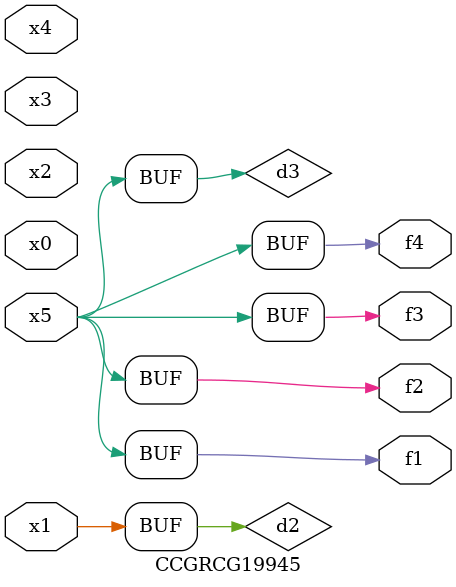
<source format=v>
module CCGRCG19945(
	input x0, x1, x2, x3, x4, x5,
	output f1, f2, f3, f4
);

	wire d1, d2, d3;

	not (d1, x5);
	or (d2, x1);
	xnor (d3, d1);
	assign f1 = d3;
	assign f2 = d3;
	assign f3 = d3;
	assign f4 = d3;
endmodule

</source>
